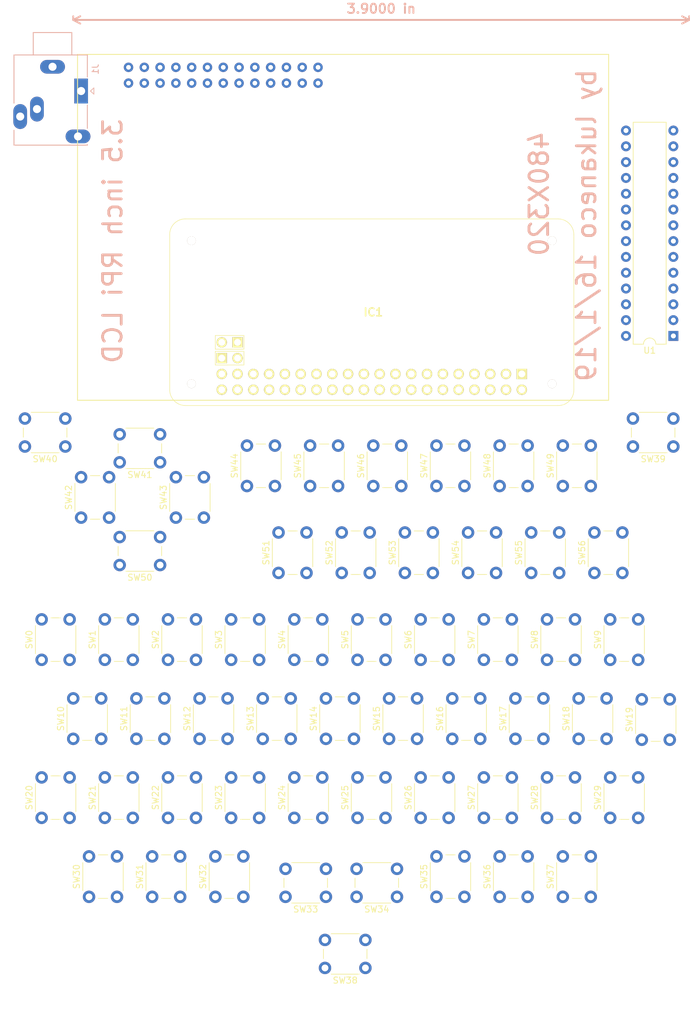
<source format=kicad_pcb>
(kicad_pcb (version 20171130) (host pcbnew "(5.0.2)-1")
  (layers (0 F.Cu signal) (31 B.Cu signal) (34 B.Paste user) (35 F.Paste user) (36 B.SilkS user) (37 F.SilkS user) (38 B.Mask user) (39 F.Mask user) (44 Edge.Cuts user))
  (net 0 "")
  (net 1 "Net-(SW0-Pad2)")
  (net 2 "Net-(SW1-Pad2)")
  (net 3 "Net-(SW2-Pad2)")
  (net 4 "Net-(SW3-Pad2)")
  (net 5 "Net-(SW4-Pad2)")
  (net 6 "Net-(SW5-Pad2)")
  (net 7 "Net-(SW6-Pad2)")
  (net 8 "Net-(SW7-Pad2)")
  (net 9 "Net-(SW8-Pad2)")
  (net 10 "Net-(SW9-Pad2)")
  (net 11 "Net-(SW10-Pad2)")
  (net 12 "Net-(SW11-Pad2)")
  (net 13 "Net-(SW12-Pad2)")
  (net 14 "Net-(SW13-Pad2)")
  (net 15 "Net-(SW14-Pad2)")
  (net 16 "Net-(SW15-Pad2)")
  (net 17 "Net-(SW16-Pad2)")
  (net 18 "Net-(SW17-Pad2)")
  (net 19 "Net-(SW18-Pad2)")
  (net 20 "Net-(SW19-Pad2)")
  (net 21 "Net-(SW20-Pad2)")
  (net 22 "Net-(SW21-Pad2)")
  (net 23 "Net-(SW22-Pad2)")
  (net 24 "Net-(SW23-Pad2)")
  (net 25 "Net-(SW24-Pad2)")
  (net 26 "Net-(SW25-Pad2)")
  (net 27 "Net-(SW26-Pad2)")
  (net 28 "Net-(SW27-Pad2)")
  (net 29 "Net-(SW28-Pad2)")
  (net 30 "Net-(SW29-Pad2)")
  (net 31 "Net-(SW30-Pad2)")
  (net 32 "Net-(SW31-Pad2)")
  (net 33 "Net-(SW32-Pad2)")
  (net 34 "Net-(SW33-Pad2)")
  (net 35 "Net-(SW34-Pad2)")
  (net 36 "Net-(SW35-Pad2)")
  (net 37 "Net-(SW36-Pad2)")
  (net 38 "Net-(SW37-Pad2)")
  (net 39 "Net-(SW38-Pad2)")
  (net 40 "Net-(SW39-Pad2)")
  (net 41 "Net-(SW40-Pad2)")
  (net 42 "Net-(SW41-Pad2)")
  (net 43 "Net-(SW42-Pad2)")
  (net 44 "Net-(SW43-Pad2)")
  (net 45 "Net-(SW44-Pad2)")
  (net 46 "Net-(SW45-Pad2)")
  (net 47 "Net-(SW46-Pad2)")
  (net 48 "Net-(SW47-Pad2)")
  (net 49 "Net-(SW48-Pad2)")
  (net 50 "Net-(SW49-Pad2)")
  (net 51 "Net-(SW50-Pad2)")
  (net 52 "Net-(SW51-Pad2)")
  (net 53 "Net-(SW52-Pad2)")
  (net 54 "Net-(SW53-Pad2)")
  (net 55 "Net-(SW54-Pad2)")
  (net 56 "Net-(SW55-Pad2)")
  (net 57 "Net-(SW56-Pad2)")
  (net 58 "Net-(U1-Pad15)")
  (net 59 "Net-(U1-Pad16)")
  (net 60 "Net-(U1-Pad17)")
  (net 61 "Net-(U1-Pad18)")
  (net 62 "Net-(U1-Pad19)")
  (net 63 "Net-(U1-Pad6)")
  (net 64 "Net-(U1-Pad20)")
  (net 65 "Net-(U1-Pad7)")
  (net 66 "Net-(U1-Pad21)")
  (net 67 "Net-(U1-Pad22)")
  (net 68 "Net-(U1-Pad23)")
  (net 69 "Net-(U1-Pad24)")
  (net 70 "Net-(U1-Pad11)")
  (net 71 "Net-(U1-Pad25)")
  (net 72 "Net-(U1-Pad12)")
  (net 73 "Net-(U1-Pad26)")
  (net 74 "Net-(U1-Pad13)")
  (net 75 "Net-(U1-Pad27)")
  (net 76 "Net-(U1-Pad14)")
  (net 77 "Net-(U1-Pad28)")
  (net 78 Col2)
  (net 79 Col3)
  (net 80 Col4)
  (net 81 Col5)
  (net 82 Col0)
  (net 83 Col1)
  (net 84 Reset)
  (net 85 Serial_RX)
  (net 86 Serial_TX)
  (net 87 USB_D+)
  (net 88 USB_D-)
  (net 89 Osc1)
  (net 90 Osc2)
  (net 91 "Net-(DS1-Pad3)")
  (net 92 "Net-(DS1-Pad5)")
  (net 93 "Net-(DS1-Pad7)")
  (net 94 "Net-(DS1-Pad8)")
  (net 95 "Net-(DS1-Pad10)")
  (net 96 "Net-(DS1-Pad12)")
  (net 97 "Net-(DS1-Pad13)")
  (net 98 "Net-(DS1-Pad15)")
  (net 99 "Net-(DS1-Pad16)")
  (net 100 "Net-(IC1-Pad3)")
  (net 101 "Net-(IC1-Pad5)")
  (net 102 "Net-(IC1-Pad7)")
  (net 103 "Net-(IC1-Pad8)")
  (net 104 "Net-(IC1-Pad10)")
  (net 105 "Net-(IC1-Pad12)")
  (net 106 "Net-(IC1-Pad13)")
  (net 107 "Net-(IC1-Pad15)")
  (net 108 "Net-(IC1-Pad16)")
  (net 109 "Net-(IC1-Pad19)")
  (net 110 "Net-(IC1-Pad27)")
  (net 111 "Net-(IC1-Pad28)")
  (net 112 "Net-(IC1-Pad29)")
  (net 113 "Net-(IC1-Pad30)")
  (net 114 "Net-(IC1-Pad31)")
  (net 115 "Net-(IC1-Pad32)")
  (net 116 "Net-(IC1-Pad33)")
  (net 117 "Net-(IC1-Pad34)")
  (net 118 "Net-(IC1-Pad35)")
  (net 119 "Net-(IC1-Pad36)")
  (net 120 "Net-(IC1-Pad37)")
  (net 121 "Net-(IC1-Pad38)")
  (net 122 "Net-(IC1-Pad39)")
  (net 123 "Net-(IC1-Pad40)")
  (net 124 "Net-(IC1-Pad41)")
  (net 125 "Net-(IC1-Pad42)")
  (net 126 "Net-(IC1-Pad43)")
  (net 127 "Net-(IC1-Pad44)")
  (net 128 "Net-(J1-PadT)")
  (net 129 "Net-(J1-PadR)")
  (net 130 "Net-(J1-PadS)")
  (net 131 +3V3)
  (net 132 +5V)
  (net 133 GND)
  (net 134 TP_IRQ)
  (net 135 LCD_RS)
  (net 136 TP_SO)
  (net 137 RST)
  (net 138 LCD_SCK)
  (net 139 LCD_CS)
  (net 140 TP_CS)
  (module Button_Switch_THT:SW_PUSH_6mm (layer F.Cu) (at 60.96 130.81 90)
    (fp_text reference SW0 (at 3.25 -2 90) (layer F.SilkS))
    (fp_text value SW_Push)
    (pad 2 thru_hole circle (at 0 4.5 180) (size 2 2) (drill 1.1) (layers *.Cu *.Mask) (net 1 "Net-(SW0-Pad2)"))
    (pad 1 thru_hole circle (at 0 0 180) (size 2 2) (drill 1.1) (layers *.Cu *.Mask) (net 78 Col2))
    (pad 2 thru_hole circle (at 6.5 4.5 180) (size 2 2) (drill 1.1) (layers *.Cu *.Mask) (net 1 "Net-(SW0-Pad2)"))
    (pad 1 thru_hole circle (at 6.5 0 180) (size 2 2) (drill 1.1) (layers *.Cu *.Mask) (net 78 Col2))
  )
  (module Button_Switch_THT:SW_PUSH_6mm (layer F.Cu) (at 71.12 130.81 90)
    (fp_text reference SW1 (at 3.25 -2 90) (layer F.SilkS))
    (fp_text value SW_Push)
    (pad 1 thru_hole circle (at 6.5 0 180) (size 2 2) (drill 1.1) (layers *.Cu *.Mask) (net 78 Col2))
    (pad 2 thru_hole circle (at 6.5 4.5 180) (size 2 2) (drill 1.1) (layers *.Cu *.Mask) (net 2 "Net-(SW1-Pad2)"))
    (pad 1 thru_hole circle (at 0 0 180) (size 2 2) (drill 1.1) (layers *.Cu *.Mask) (net 78 Col2))
    (pad 2 thru_hole circle (at 0 4.5 180) (size 2 2) (drill 1.1) (layers *.Cu *.Mask) (net 2 "Net-(SW1-Pad2)"))
  )
  (module Button_Switch_THT:SW_PUSH_6mm (layer F.Cu) (at 81.28 130.81 90)
    (fp_text reference SW2 (at 3.25 -2 90) (layer F.SilkS))
    (fp_text value SW_Push)
    (pad 2 thru_hole circle (at 0 4.5 180) (size 2 2) (drill 1.1) (layers *.Cu *.Mask) (net 3 "Net-(SW2-Pad2)"))
    (pad 1 thru_hole circle (at 0 0 180) (size 2 2) (drill 1.1) (layers *.Cu *.Mask) (net 78 Col2))
    (pad 2 thru_hole circle (at 6.5 4.5 180) (size 2 2) (drill 1.1) (layers *.Cu *.Mask) (net 3 "Net-(SW2-Pad2)"))
    (pad 1 thru_hole circle (at 6.5 0 180) (size 2 2) (drill 1.1) (layers *.Cu *.Mask) (net 78 Col2))
  )
  (module Button_Switch_THT:SW_PUSH_6mm (layer F.Cu) (at 91.44 130.81 90)
    (fp_text reference SW3 (at 3.25 -2 90) (layer F.SilkS))
    (fp_text value SW_Push)
    (pad 2 thru_hole circle (at 0 4.5 180) (size 2 2) (drill 1.1) (layers *.Cu *.Mask) (net 4 "Net-(SW3-Pad2)"))
    (pad 1 thru_hole circle (at 0 0 180) (size 2 2) (drill 1.1) (layers *.Cu *.Mask) (net 78 Col2))
    (pad 2 thru_hole circle (at 6.5 4.5 180) (size 2 2) (drill 1.1) (layers *.Cu *.Mask) (net 4 "Net-(SW3-Pad2)"))
    (pad 1 thru_hole circle (at 6.5 0 180) (size 2 2) (drill 1.1) (layers *.Cu *.Mask) (net 78 Col2))
  )
  (module Button_Switch_THT:SW_PUSH_6mm (layer F.Cu) (at 101.6 130.81 90)
    (fp_text reference SW4 (at 3.25 -2 90) (layer F.SilkS))
    (fp_text value SW_Push)
    (pad 1 thru_hole circle (at 6.5 0 180) (size 2 2) (drill 1.1) (layers *.Cu *.Mask) (net 78 Col2))
    (pad 2 thru_hole circle (at 6.5 4.5 180) (size 2 2) (drill 1.1) (layers *.Cu *.Mask) (net 5 "Net-(SW4-Pad2)"))
    (pad 1 thru_hole circle (at 0 0 180) (size 2 2) (drill 1.1) (layers *.Cu *.Mask) (net 78 Col2))
    (pad 2 thru_hole circle (at 0 4.5 180) (size 2 2) (drill 1.1) (layers *.Cu *.Mask) (net 5 "Net-(SW4-Pad2)"))
  )
  (module Button_Switch_THT:SW_PUSH_6mm (layer F.Cu) (at 111.76 130.81 90)
    (fp_text reference SW5 (at 3.25 -2 90) (layer F.SilkS))
    (fp_text value SW_Push)
    (pad 2 thru_hole circle (at 0 4.5 180) (size 2 2) (drill 1.1) (layers *.Cu *.Mask) (net 6 "Net-(SW5-Pad2)"))
    (pad 1 thru_hole circle (at 0 0 180) (size 2 2) (drill 1.1) (layers *.Cu *.Mask) (net 78 Col2))
    (pad 2 thru_hole circle (at 6.5 4.5 180) (size 2 2) (drill 1.1) (layers *.Cu *.Mask) (net 6 "Net-(SW5-Pad2)"))
    (pad 1 thru_hole circle (at 6.5 0 180) (size 2 2) (drill 1.1) (layers *.Cu *.Mask) (net 78 Col2))
  )
  (module Button_Switch_THT:SW_PUSH_6mm (layer F.Cu) (at 121.92 130.81 90)
    (fp_text reference SW6 (at 3.25 -2 90) (layer F.SilkS))
    (fp_text value SW_Push)
    (pad 2 thru_hole circle (at 0 4.5 180) (size 2 2) (drill 1.1) (layers *.Cu *.Mask) (net 7 "Net-(SW6-Pad2)"))
    (pad 1 thru_hole circle (at 0 0 180) (size 2 2) (drill 1.1) (layers *.Cu *.Mask) (net 78 Col2))
    (pad 2 thru_hole circle (at 6.5 4.5 180) (size 2 2) (drill 1.1) (layers *.Cu *.Mask) (net 7 "Net-(SW6-Pad2)"))
    (pad 1 thru_hole circle (at 6.5 0 180) (size 2 2) (drill 1.1) (layers *.Cu *.Mask) (net 78 Col2))
  )
  (module Button_Switch_THT:SW_PUSH_6mm (layer F.Cu) (at 132.08 130.81 90)
    (fp_text reference SW7 (at 3.25 -2 90) (layer F.SilkS))
    (fp_text value SW_Push)
    (pad 1 thru_hole circle (at 6.5 0 180) (size 2 2) (drill 1.1) (layers *.Cu *.Mask) (net 78 Col2))
    (pad 2 thru_hole circle (at 6.5 4.5 180) (size 2 2) (drill 1.1) (layers *.Cu *.Mask) (net 8 "Net-(SW7-Pad2)"))
    (pad 1 thru_hole circle (at 0 0 180) (size 2 2) (drill 1.1) (layers *.Cu *.Mask) (net 78 Col2))
    (pad 2 thru_hole circle (at 0 4.5 180) (size 2 2) (drill 1.1) (layers *.Cu *.Mask) (net 8 "Net-(SW7-Pad2)"))
  )
  (module Button_Switch_THT:SW_PUSH_6mm (layer F.Cu) (at 142.24 130.81 90)
    (fp_text reference SW8 (at 3.25 -2 90) (layer F.SilkS))
    (fp_text value SW_Push)
    (pad 1 thru_hole circle (at 6.5 0 180) (size 2 2) (drill 1.1) (layers *.Cu *.Mask) (net 78 Col2))
    (pad 2 thru_hole circle (at 6.5 4.5 180) (size 2 2) (drill 1.1) (layers *.Cu *.Mask) (net 9 "Net-(SW8-Pad2)"))
    (pad 1 thru_hole circle (at 0 0 180) (size 2 2) (drill 1.1) (layers *.Cu *.Mask) (net 78 Col2))
    (pad 2 thru_hole circle (at 0 4.5 180) (size 2 2) (drill 1.1) (layers *.Cu *.Mask) (net 9 "Net-(SW8-Pad2)"))
  )
  (module Button_Switch_THT:SW_PUSH_6mm (layer F.Cu) (at 152.4 130.81 90)
    (fp_text reference SW9 (at 3.25 -2 90) (layer F.SilkS))
    (fp_text value SW_Push)
    (pad 2 thru_hole circle (at 0 4.5 180) (size 2 2) (drill 1.1) (layers *.Cu *.Mask) (net 10 "Net-(SW9-Pad2)"))
    (pad 1 thru_hole circle (at 0 0 180) (size 2 2) (drill 1.1) (layers *.Cu *.Mask) (net 78 Col2))
    (pad 2 thru_hole circle (at 6.5 4.5 180) (size 2 2) (drill 1.1) (layers *.Cu *.Mask) (net 10 "Net-(SW9-Pad2)"))
    (pad 1 thru_hole circle (at 6.5 0 180) (size 2 2) (drill 1.1) (layers *.Cu *.Mask) (net 78 Col2))
  )
  (module Button_Switch_THT:SW_PUSH_6mm (layer F.Cu) (at 66.04 143.51 90)
    (fp_text reference SW10 (at 3.25 -2 90) (layer F.SilkS))
    (fp_text value SW_Push)
    (pad 1 thru_hole circle (at 6.5 0 180) (size 2 2) (drill 1.1) (layers *.Cu *.Mask) (net 79 Col3))
    (pad 2 thru_hole circle (at 6.5 4.5 180) (size 2 2) (drill 1.1) (layers *.Cu *.Mask) (net 11 "Net-(SW10-Pad2)"))
    (pad 1 thru_hole circle (at 0 0 180) (size 2 2) (drill 1.1) (layers *.Cu *.Mask) (net 79 Col3))
    (pad 2 thru_hole circle (at 0 4.5 180) (size 2 2) (drill 1.1) (layers *.Cu *.Mask) (net 11 "Net-(SW10-Pad2)"))
  )
  (module Button_Switch_THT:SW_PUSH_6mm (layer F.Cu) (at 76.2 143.51 90)
    (fp_text reference SW11 (at 3.25 -2 90) (layer F.SilkS))
    (fp_text value SW_Push)
    (pad 2 thru_hole circle (at 0 4.5 180) (size 2 2) (drill 1.1) (layers *.Cu *.Mask) (net 12 "Net-(SW11-Pad2)"))
    (pad 1 thru_hole circle (at 0 0 180) (size 2 2) (drill 1.1) (layers *.Cu *.Mask) (net 79 Col3))
    (pad 2 thru_hole circle (at 6.5 4.5 180) (size 2 2) (drill 1.1) (layers *.Cu *.Mask) (net 12 "Net-(SW11-Pad2)"))
    (pad 1 thru_hole circle (at 6.5 0 180) (size 2 2) (drill 1.1) (layers *.Cu *.Mask) (net 79 Col3))
  )
  (module Button_Switch_THT:SW_PUSH_6mm (layer F.Cu) (at 86.36 143.51 90)
    (fp_text reference SW12 (at 3.25 -2 90) (layer F.SilkS))
    (fp_text value SW_Push)
    (pad 1 thru_hole circle (at 6.5 0 180) (size 2 2) (drill 1.1) (layers *.Cu *.Mask) (net 79 Col3))
    (pad 2 thru_hole circle (at 6.5 4.5 180) (size 2 2) (drill 1.1) (layers *.Cu *.Mask) (net 13 "Net-(SW12-Pad2)"))
    (pad 1 thru_hole circle (at 0 0 180) (size 2 2) (drill 1.1) (layers *.Cu *.Mask) (net 79 Col3))
    (pad 2 thru_hole circle (at 0 4.5 180) (size 2 2) (drill 1.1) (layers *.Cu *.Mask) (net 13 "Net-(SW12-Pad2)"))
  )
  (module Button_Switch_THT:SW_PUSH_6mm (layer F.Cu) (at 96.52 143.51 90)
    (fp_text reference SW13 (at 3.25 -2 90) (layer F.SilkS))
    (fp_text value SW_Push)
    (pad 1 thru_hole circle (at 6.5 0 180) (size 2 2) (drill 1.1) (layers *.Cu *.Mask) (net 79 Col3))
    (pad 2 thru_hole circle (at 6.5 4.5 180) (size 2 2) (drill 1.1) (layers *.Cu *.Mask) (net 14 "Net-(SW13-Pad2)"))
    (pad 1 thru_hole circle (at 0 0 180) (size 2 2) (drill 1.1) (layers *.Cu *.Mask) (net 79 Col3))
    (pad 2 thru_hole circle (at 0 4.5 180) (size 2 2) (drill 1.1) (layers *.Cu *.Mask) (net 14 "Net-(SW13-Pad2)"))
  )
  (module Button_Switch_THT:SW_PUSH_6mm (layer F.Cu) (at 106.68 143.51 90)
    (fp_text reference SW14 (at 3.25 -2 90) (layer F.SilkS))
    (fp_text value SW_Push)
    (pad 2 thru_hole circle (at 0 4.5 180) (size 2 2) (drill 1.1) (layers *.Cu *.Mask) (net 15 "Net-(SW14-Pad2)"))
    (pad 1 thru_hole circle (at 0 0 180) (size 2 2) (drill 1.1) (layers *.Cu *.Mask) (net 79 Col3))
    (pad 2 thru_hole circle (at 6.5 4.5 180) (size 2 2) (drill 1.1) (layers *.Cu *.Mask) (net 15 "Net-(SW14-Pad2)"))
    (pad 1 thru_hole circle (at 6.5 0 180) (size 2 2) (drill 1.1) (layers *.Cu *.Mask) (net 79 Col3))
  )
  (module Button_Switch_THT:SW_PUSH_6mm (layer F.Cu) (at 116.84 143.51 90)
    (fp_text reference SW15 (at 3.25 -2 90) (layer F.SilkS))
    (fp_text value SW_Push)
    (pad 2 thru_hole circle (at 0 4.5 180) (size 2 2) (drill 1.1) (layers *.Cu *.Mask) (net 16 "Net-(SW15-Pad2)"))
    (pad 1 thru_hole circle (at 0 0 180) (size 2 2) (drill 1.1) (layers *.Cu *.Mask) (net 79 Col3))
    (pad 2 thru_hole circle (at 6.5 4.5 180) (size 2 2) (drill 1.1) (layers *.Cu *.Mask) (net 16 "Net-(SW15-Pad2)"))
    (pad 1 thru_hole circle (at 6.5 0 180) (size 2 2) (drill 1.1) (layers *.Cu *.Mask) (net 79 Col3))
  )
  (module Button_Switch_THT:SW_PUSH_6mm (layer F.Cu) (at 127 143.51 90)
    (fp_text reference SW16 (at 3.25 -2 90) (layer F.SilkS))
    (fp_text value SW_Push)
    (pad 1 thru_hole circle (at 6.5 0 180) (size 2 2) (drill 1.1) (layers *.Cu *.Mask) (net 79 Col3))
    (pad 2 thru_hole circle (at 6.5 4.5 180) (size 2 2) (drill 1.1) (layers *.Cu *.Mask) (net 17 "Net-(SW16-Pad2)"))
    (pad 1 thru_hole circle (at 0 0 180) (size 2 2) (drill 1.1) (layers *.Cu *.Mask) (net 79 Col3))
    (pad 2 thru_hole circle (at 0 4.5 180) (size 2 2) (drill 1.1) (layers *.Cu *.Mask) (net 17 "Net-(SW16-Pad2)"))
  )
  (module Button_Switch_THT:SW_PUSH_6mm (layer F.Cu) (at 137.16 143.51 90)
    (fp_text reference SW17 (at 3.25 -2 90) (layer F.SilkS))
    (fp_text value SW_Push)
    (pad 2 thru_hole circle (at 0 4.5 180) (size 2 2) (drill 1.1) (layers *.Cu *.Mask) (net 18 "Net-(SW17-Pad2)"))
    (pad 1 thru_hole circle (at 0 0 180) (size 2 2) (drill 1.1) (layers *.Cu *.Mask) (net 79 Col3))
    (pad 2 thru_hole circle (at 6.5 4.5 180) (size 2 2) (drill 1.1) (layers *.Cu *.Mask) (net 18 "Net-(SW17-Pad2)"))
    (pad 1 thru_hole circle (at 6.5 0 180) (size 2 2) (drill 1.1) (layers *.Cu *.Mask) (net 79 Col3))
  )
  (module Button_Switch_THT:SW_PUSH_6mm (layer F.Cu) (at 147.32 143.51 90)
    (fp_text reference SW18 (at 3.25 -2 90) (layer F.SilkS))
    (fp_text value SW_Push)
    (pad 1 thru_hole circle (at 6.5 0 180) (size 2 2) (drill 1.1) (layers *.Cu *.Mask) (net 79 Col3))
    (pad 2 thru_hole circle (at 6.5 4.5 180) (size 2 2) (drill 1.1) (layers *.Cu *.Mask) (net 19 "Net-(SW18-Pad2)"))
    (pad 1 thru_hole circle (at 0 0 180) (size 2 2) (drill 1.1) (layers *.Cu *.Mask) (net 79 Col3))
    (pad 2 thru_hole circle (at 0 4.5 180) (size 2 2) (drill 1.1) (layers *.Cu *.Mask) (net 19 "Net-(SW18-Pad2)"))
  )
  (module Button_Switch_THT:SW_PUSH_6mm (layer F.Cu) (at 157.48 143.66 90)
    (fp_text reference SW19 (at 3.25 -2 90) (layer F.SilkS))
    (fp_text value SW_Push)
    (pad 1 thru_hole circle (at 6.5 0 180) (size 2 2) (drill 1.1) (layers *.Cu *.Mask) (net 79 Col3))
    (pad 2 thru_hole circle (at 6.5 4.5 180) (size 2 2) (drill 1.1) (layers *.Cu *.Mask) (net 20 "Net-(SW19-Pad2)"))
    (pad 1 thru_hole circle (at 0 0 180) (size 2 2) (drill 1.1) (layers *.Cu *.Mask) (net 79 Col3))
    (pad 2 thru_hole circle (at 0 4.5 180) (size 2 2) (drill 1.1) (layers *.Cu *.Mask) (net 20 "Net-(SW19-Pad2)"))
  )
  (module Button_Switch_THT:SW_PUSH_6mm (layer F.Cu) (at 60.96 156.21 90)
    (fp_text reference SW20 (at 3.25 -2 90) (layer F.SilkS))
    (fp_text value SW_Push)
    (pad 2 thru_hole circle (at 0 4.5 180) (size 2 2) (drill 1.1) (layers *.Cu *.Mask) (net 21 "Net-(SW20-Pad2)"))
    (pad 1 thru_hole circle (at 0 0 180) (size 2 2) (drill 1.1) (layers *.Cu *.Mask) (net 80 Col4))
    (pad 2 thru_hole circle (at 6.5 4.5 180) (size 2 2) (drill 1.1) (layers *.Cu *.Mask) (net 21 "Net-(SW20-Pad2)"))
    (pad 1 thru_hole circle (at 6.5 0 180) (size 2 2) (drill 1.1) (layers *.Cu *.Mask) (net 80 Col4))
  )
  (module Button_Switch_THT:SW_PUSH_6mm (layer F.Cu) (at 71.12 156.21 90)
    (fp_text reference SW21 (at 3.25 -2 90) (layer F.SilkS))
    (fp_text value SW_Push)
    (pad 1 thru_hole circle (at 6.5 0 180) (size 2 2) (drill 1.1) (layers *.Cu *.Mask) (net 80 Col4))
    (pad 2 thru_hole circle (at 6.5 4.5 180) (size 2 2) (drill 1.1) (layers *.Cu *.Mask) (net 22 "Net-(SW21-Pad2)"))
    (pad 1 thru_hole circle (at 0 0 180) (size 2 2) (drill 1.1) (layers *.Cu *.Mask) (net 80 Col4))
    (pad 2 thru_hole circle (at 0 4.5 180) (size 2 2) (drill 1.1) (layers *.Cu *.Mask) (net 22 "Net-(SW21-Pad2)"))
  )
  (module Button_Switch_THT:SW_PUSH_6mm (layer F.Cu) (at 81.28 156.21 90)
    (fp_text reference SW22 (at 3.25 -2 90) (layer F.SilkS))
    (fp_text value SW_Push)
    (pad 2 thru_hole circle (at 0 4.5 180) (size 2 2) (drill 1.1) (layers *.Cu *.Mask) (net 23 "Net-(SW22-Pad2)"))
    (pad 1 thru_hole circle (at 0 0 180) (size 2 2) (drill 1.1) (layers *.Cu *.Mask) (net 80 Col4))
    (pad 2 thru_hole circle (at 6.5 4.5 180) (size 2 2) (drill 1.1) (layers *.Cu *.Mask) (net 23 "Net-(SW22-Pad2)"))
    (pad 1 thru_hole circle (at 6.5 0 180) (size 2 2) (drill 1.1) (layers *.Cu *.Mask) (net 80 Col4))
  )
  (module Button_Switch_THT:SW_PUSH_6mm (layer F.Cu) (at 91.44 156.21 90)
    (fp_text reference SW23 (at 3.25 -2 90) (layer F.SilkS))
    (fp_text value SW_Push)
    (pad 2 thru_hole circle (at 0 4.5 180) (size 2 2) (drill 1.1) (layers *.Cu *.Mask) (net 24 "Net-(SW23-Pad2)"))
    (pad 1 thru_hole circle (at 0 0 180) (size 2 2) (drill 1.1) (layers *.Cu *.Mask) (net 80 Col4))
    (pad 2 thru_hole circle (at 6.5 4.5 180) (size 2 2) (drill 1.1) (layers *.Cu *.Mask) (net 24 "Net-(SW23-Pad2)"))
    (pad 1 thru_hole circle (at 6.5 0 180) (size 2 2) (drill 1.1) (layers *.Cu *.Mask) (net 80 Col4))
  )
  (module Button_Switch_THT:SW_PUSH_6mm (layer F.Cu) (at 101.6 156.21 90)
    (fp_text reference SW24 (at 3.25 -2 90) (layer F.SilkS))
    (fp_text value SW_Push)
    (pad 2 thru_hole circle (at 0 4.5 180) (size 2 2) (drill 1.1) (layers *.Cu *.Mask) (net 25 "Net-(SW24-Pad2)"))
    (pad 1 thru_hole circle (at 0 0 180) (size 2 2) (drill 1.1) (layers *.Cu *.Mask) (net 80 Col4))
    (pad 2 thru_hole circle (at 6.5 4.5 180) (size 2 2) (drill 1.1) (layers *.Cu *.Mask) (net 25 "Net-(SW24-Pad2)"))
    (pad 1 thru_hole circle (at 6.5 0 180) (size 2 2) (drill 1.1) (layers *.Cu *.Mask) (net 80 Col4))
  )
  (module Button_Switch_THT:SW_PUSH_6mm (layer F.Cu) (at 111.76 156.21 90)
    (fp_text reference SW25 (at 3.25 -2 90) (layer F.SilkS))
    (fp_text value SW_Push)
    (pad 1 thru_hole circle (at 6.5 0 180) (size 2 2) (drill 1.1) (layers *.Cu *.Mask) (net 80 Col4))
    (pad 2 thru_hole circle (at 6.5 4.5 180) (size 2 2) (drill 1.1) (layers *.Cu *.Mask) (net 26 "Net-(SW25-Pad2)"))
    (pad 1 thru_hole circle (at 0 0 180) (size 2 2) (drill 1.1) (layers *.Cu *.Mask) (net 80 Col4))
    (pad 2 thru_hole circle (at 0 4.5 180) (size 2 2) (drill 1.1) (layers *.Cu *.Mask) (net 26 "Net-(SW25-Pad2)"))
  )
  (module Button_Switch_THT:SW_PUSH_6mm (layer F.Cu) (at 121.92 156.21 90)
    (fp_text reference SW26 (at 3.25 -2 90) (layer F.SilkS))
    (fp_text value SW_Push)
    (pad 2 thru_hole circle (at 0 4.5 180) (size 2 2) (drill 1.1) (layers *.Cu *.Mask) (net 27 "Net-(SW26-Pad2)"))
    (pad 1 thru_hole circle (at 0 0 180) (size 2 2) (drill 1.1) (layers *.Cu *.Mask) (net 80 Col4))
    (pad 2 thru_hole circle (at 6.5 4.5 180) (size 2 2) (drill 1.1) (layers *.Cu *.Mask) (net 27 "Net-(SW26-Pad2)"))
    (pad 1 thru_hole circle (at 6.5 0 180) (size 2 2) (drill 1.1) (layers *.Cu *.Mask) (net 80 Col4))
  )
  (module Button_Switch_THT:SW_PUSH_6mm (layer F.Cu) (at 132.08 156.21 90)
    (fp_text reference SW27 (at 3.25 -2 90) (layer F.SilkS))
    (fp_text value SW_Push)
    (pad 1 thru_hole circle (at 6.5 0 180) (size 2 2) (drill 1.1) (layers *.Cu *.Mask) (net 80 Col4))
    (pad 2 thru_hole circle (at 6.5 4.5 180) (size 2 2) (drill 1.1) (layers *.Cu *.Mask) (net 28 "Net-(SW27-Pad2)"))
    (pad 1 thru_hole circle (at 0 0 180) (size 2 2) (drill 1.1) (layers *.Cu *.Mask) (net 80 Col4))
    (pad 2 thru_hole circle (at 0 4.5 180) (size 2 2) (drill 1.1) (layers *.Cu *.Mask) (net 28 "Net-(SW27-Pad2)"))
  )
  (module Button_Switch_THT:SW_PUSH_6mm (layer F.Cu) (at 142.24 156.21 90)
    (fp_text reference SW28 (at 3.25 -2 90) (layer F.SilkS))
    (fp_text value SW_Push)
    (pad 2 thru_hole circle (at 0 4.5 180) (size 2 2) (drill 1.1) (layers *.Cu *.Mask) (net 29 "Net-(SW28-Pad2)"))
    (pad 1 thru_hole circle (at 0 0 180) (size 2 2) (drill 1.1) (layers *.Cu *.Mask) (net 80 Col4))
    (pad 2 thru_hole circle (at 6.5 4.5 180) (size 2 2) (drill 1.1) (layers *.Cu *.Mask) (net 29 "Net-(SW28-Pad2)"))
    (pad 1 thru_hole circle (at 6.5 0 180) (size 2 2) (drill 1.1) (layers *.Cu *.Mask) (net 80 Col4))
  )
  (module Button_Switch_THT:SW_PUSH_6mm (layer F.Cu) (at 152.4 156.21 90)
    (fp_text reference SW29 (at 3.25 -2 90) (layer F.SilkS))
    (fp_text value SW_Push)
    (pad 1 thru_hole circle (at 6.5 0 180) (size 2 2) (drill 1.1) (layers *.Cu *.Mask) (net 80 Col4))
    (pad 2 thru_hole circle (at 6.5 4.5 180) (size 2 2) (drill 1.1) (layers *.Cu *.Mask) (net 30 "Net-(SW29-Pad2)"))
    (pad 1 thru_hole circle (at 0 0 180) (size 2 2) (drill 1.1) (layers *.Cu *.Mask) (net 80 Col4))
    (pad 2 thru_hole circle (at 0 4.5 180) (size 2 2) (drill 1.1) (layers *.Cu *.Mask) (net 30 "Net-(SW29-Pad2)"))
  )
  (module Button_Switch_THT:SW_PUSH_6mm (layer F.Cu) (at 68.58 168.91 90)
    (fp_text reference SW30 (at 3.25 -2 90) (layer F.SilkS))
    (fp_text value SW_Push)
    (pad 1 thru_hole circle (at 6.5 0 180) (size 2 2) (drill 1.1) (layers *.Cu *.Mask) (net 81 Col5))
    (pad 2 thru_hole circle (at 6.5 4.5 180) (size 2 2) (drill 1.1) (layers *.Cu *.Mask) (net 31 "Net-(SW30-Pad2)"))
    (pad 1 thru_hole circle (at 0 0 180) (size 2 2) (drill 1.1) (layers *.Cu *.Mask) (net 81 Col5))
    (pad 2 thru_hole circle (at 0 4.5 180) (size 2 2) (drill 1.1) (layers *.Cu *.Mask) (net 31 "Net-(SW30-Pad2)"))
  )
  (module Button_Switch_THT:SW_PUSH_6mm (layer F.Cu) (at 78.74 168.91 90)
    (fp_text reference SW31 (at 3.25 -2 90) (layer F.SilkS))
    (fp_text value SW_Push)
    (pad 2 thru_hole circle (at 0 4.5 180) (size 2 2) (drill 1.1) (layers *.Cu *.Mask) (net 32 "Net-(SW31-Pad2)"))
    (pad 1 thru_hole circle (at 0 0 180) (size 2 2) (drill 1.1) (layers *.Cu *.Mask) (net 81 Col5))
    (pad 2 thru_hole circle (at 6.5 4.5 180) (size 2 2) (drill 1.1) (layers *.Cu *.Mask) (net 32 "Net-(SW31-Pad2)"))
    (pad 1 thru_hole circle (at 6.5 0 180) (size 2 2) (drill 1.1) (layers *.Cu *.Mask) (net 81 Col5))
  )
  (module Button_Switch_THT:SW_PUSH_6mm (layer F.Cu) (at 88.9 168.91 90)
    (fp_text reference SW32 (at 3.25 -2 90) (layer F.SilkS))
    (fp_text value SW_Push)
    (pad 1 thru_hole circle (at 6.5 0 180) (size 2 2) (drill 1.1) (layers *.Cu *.Mask) (net 81 Col5))
    (pad 2 thru_hole circle (at 6.5 4.5 180) (size 2 2) (drill 1.1) (layers *.Cu *.Mask) (net 33 "Net-(SW32-Pad2)"))
    (pad 1 thru_hole circle (at 0 0 180) (size 2 2) (drill 1.1) (layers *.Cu *.Mask) (net 81 Col5))
    (pad 2 thru_hole circle (at 0 4.5 180) (size 2 2) (drill 1.1) (layers *.Cu *.Mask) (net 33 "Net-(SW32-Pad2)"))
  )
  (module Button_Switch_THT:SW_PUSH_6mm (layer F.Cu) (at 106.68 168.91 180)
    (fp_text reference SW33 (at 3.25 -2 180) (layer F.SilkS))
    (fp_text value SW_Push)
    (pad 2 thru_hole circle (at 0 4.5 270) (size 2 2) (drill 1.1) (layers *.Cu *.Mask) (net 34 "Net-(SW33-Pad2)"))
    (pad 1 thru_hole circle (at 0 0 270) (size 2 2) (drill 1.1) (layers *.Cu *.Mask) (net 81 Col5))
    (pad 2 thru_hole circle (at 6.5 4.5 270) (size 2 2) (drill 1.1) (layers *.Cu *.Mask) (net 34 "Net-(SW33-Pad2)"))
    (pad 1 thru_hole circle (at 6.5 0 270) (size 2 2) (drill 1.1) (layers *.Cu *.Mask) (net 81 Col5))
  )
  (module Button_Switch_THT:SW_PUSH_6mm (layer F.Cu) (at 118.11 168.91 180)
    (fp_text reference SW34 (at 3.25 -2 180) (layer F.SilkS))
    (fp_text value SW_Push)
    (pad 2 thru_hole circle (at 0 4.5 270) (size 2 2) (drill 1.1) (layers *.Cu *.Mask) (net 35 "Net-(SW34-Pad2)"))
    (pad 1 thru_hole circle (at 0 0 270) (size 2 2) (drill 1.1) (layers *.Cu *.Mask) (net 81 Col5))
    (pad 2 thru_hole circle (at 6.5 4.5 270) (size 2 2) (drill 1.1) (layers *.Cu *.Mask) (net 35 "Net-(SW34-Pad2)"))
    (pad 1 thru_hole circle (at 6.5 0 270) (size 2 2) (drill 1.1) (layers *.Cu *.Mask) (net 81 Col5))
  )
  (module Button_Switch_THT:SW_PUSH_6mm (layer F.Cu) (at 124.46 168.91 90)
    (fp_text reference SW35 (at 3.25 -2 90) (layer F.SilkS))
    (fp_text value SW_Push)
    (pad 2 thru_hole circle (at 0 4.5 180) (size 2 2) (drill 1.1) (layers *.Cu *.Mask) (net 36 "Net-(SW35-Pad2)"))
    (pad 1 thru_hole circle (at 0 0 180) (size 2 2) (drill 1.1) (layers *.Cu *.Mask) (net 81 Col5))
    (pad 2 thru_hole circle (at 6.5 4.5 180) (size 2 2) (drill 1.1) (layers *.Cu *.Mask) (net 36 "Net-(SW35-Pad2)"))
    (pad 1 thru_hole circle (at 6.5 0 180) (size 2 2) (drill 1.1) (layers *.Cu *.Mask) (net 81 Col5))
  )
  (module Button_Switch_THT:SW_PUSH_6mm (layer F.Cu) (at 134.62 168.91 90)
    (fp_text reference SW36 (at 3.25 -2 90) (layer F.SilkS))
    (fp_text value SW_Push)
    (pad 2 thru_hole circle (at 0 4.5 180) (size 2 2) (drill 1.1) (layers *.Cu *.Mask) (net 37 "Net-(SW36-Pad2)"))
    (pad 1 thru_hole circle (at 0 0 180) (size 2 2) (drill 1.1) (layers *.Cu *.Mask) (net 81 Col5))
    (pad 2 thru_hole circle (at 6.5 4.5 180) (size 2 2) (drill 1.1) (layers *.Cu *.Mask) (net 37 "Net-(SW36-Pad2)"))
    (pad 1 thru_hole circle (at 6.5 0 180) (size 2 2) (drill 1.1) (layers *.Cu *.Mask) (net 81 Col5))
  )
  (module Button_Switch_THT:SW_PUSH_6mm (layer F.Cu) (at 144.78 168.91 90)
    (fp_text reference SW37 (at 3.25 -2 90) (layer F.SilkS))
    (fp_text value SW_Push)
    (pad 1 thru_hole circle (at 6.5 0 180) (size 2 2) (drill 1.1) (layers *.Cu *.Mask) (net 81 Col5))
    (pad 2 thru_hole circle (at 6.5 4.5 180) (size 2 2) (drill 1.1) (layers *.Cu *.Mask) (net 38 "Net-(SW37-Pad2)"))
    (pad 1 thru_hole circle (at 0 0 180) (size 2 2) (drill 1.1) (layers *.Cu *.Mask) (net 81 Col5))
    (pad 2 thru_hole circle (at 0 4.5 180) (size 2 2) (drill 1.1) (layers *.Cu *.Mask) (net 38 "Net-(SW37-Pad2)"))
  )
  (module Button_Switch_THT:SW_PUSH_6mm (layer F.Cu) (at 113.03 180.34 180)
    (fp_text reference SW38 (at 3.25 -2 180) (layer F.SilkS))
    (fp_text value SW_Push)
    (pad 2 thru_hole circle (at 0 4.5 270) (size 2 2) (drill 1.1) (layers *.Cu *.Mask) (net 39 "Net-(SW38-Pad2)"))
    (pad 1 thru_hole circle (at 0 0 270) (size 2 2) (drill 1.1) (layers *.Cu *.Mask) (net 81 Col5))
    (pad 2 thru_hole circle (at 6.5 4.5 270) (size 2 2) (drill 1.1) (layers *.Cu *.Mask) (net 39 "Net-(SW38-Pad2)"))
    (pad 1 thru_hole circle (at 6.5 0 270) (size 2 2) (drill 1.1) (layers *.Cu *.Mask) (net 81 Col5))
  )
  (module Button_Switch_THT:SW_PUSH_6mm (layer F.Cu) (at 162.56 96.52 180)
    (fp_text reference SW39 (at 3.25 -2 180) (layer F.SilkS))
    (fp_text value SW_Push)
    (pad 1 thru_hole circle (at 6.5 0 270) (size 2 2) (drill 1.1) (layers *.Cu *.Mask) (net 81 Col5))
    (pad 2 thru_hole circle (at 6.5 4.5 270) (size 2 2) (drill 1.1) (layers *.Cu *.Mask) (net 40 "Net-(SW39-Pad2)"))
    (pad 1 thru_hole circle (at 0 0 270) (size 2 2) (drill 1.1) (layers *.Cu *.Mask) (net 81 Col5))
    (pad 2 thru_hole circle (at 0 4.5 270) (size 2 2) (drill 1.1) (layers *.Cu *.Mask) (net 40 "Net-(SW39-Pad2)"))
  )
  (module Button_Switch_THT:SW_PUSH_6mm (layer F.Cu) (at 64.77 96.52 180)
    (fp_text reference SW40 (at 3.25 -2 180) (layer F.SilkS))
    (fp_text value SW_Push)
    (pad 1 thru_hole circle (at 6.5 0 270) (size 2 2) (drill 1.1) (layers *.Cu *.Mask) (net 82 Col0))
    (pad 2 thru_hole circle (at 6.5 4.5 270) (size 2 2) (drill 1.1) (layers *.Cu *.Mask) (net 41 "Net-(SW40-Pad2)"))
    (pad 1 thru_hole circle (at 0 0 270) (size 2 2) (drill 1.1) (layers *.Cu *.Mask) (net 82 Col0))
    (pad 2 thru_hole circle (at 0 4.5 270) (size 2 2) (drill 1.1) (layers *.Cu *.Mask) (net 41 "Net-(SW40-Pad2)"))
  )
  (module Button_Switch_THT:SW_PUSH_6mm (layer F.Cu) (at 80.01 99.06 180)
    (fp_text reference SW41 (at 3.25 -2 180) (layer F.SilkS))
    (fp_text value SW_Push)
    (pad 1 thru_hole circle (at 6.5 0 270) (size 2 2) (drill 1.1) (layers *.Cu *.Mask) (net 82 Col0))
    (pad 2 thru_hole circle (at 6.5 4.5 270) (size 2 2) (drill 1.1) (layers *.Cu *.Mask) (net 42 "Net-(SW41-Pad2)"))
    (pad 1 thru_hole circle (at 0 0 270) (size 2 2) (drill 1.1) (layers *.Cu *.Mask) (net 82 Col0))
    (pad 2 thru_hole circle (at 0 4.5 270) (size 2 2) (drill 1.1) (layers *.Cu *.Mask) (net 42 "Net-(SW41-Pad2)"))
  )
  (module Button_Switch_THT:SW_PUSH_6mm (layer F.Cu) (at 67.31 107.95 90)
    (fp_text reference SW42 (at 3.25 -2 90) (layer F.SilkS))
    (fp_text value SW_Push)
    (pad 1 thru_hole circle (at 6.5 0 180) (size 2 2) (drill 1.1) (layers *.Cu *.Mask) (net 82 Col0))
    (pad 2 thru_hole circle (at 6.5 4.5 180) (size 2 2) (drill 1.1) (layers *.Cu *.Mask) (net 43 "Net-(SW42-Pad2)"))
    (pad 1 thru_hole circle (at 0 0 180) (size 2 2) (drill 1.1) (layers *.Cu *.Mask) (net 82 Col0))
    (pad 2 thru_hole circle (at 0 4.5 180) (size 2 2) (drill 1.1) (layers *.Cu *.Mask) (net 43 "Net-(SW42-Pad2)"))
  )
  (module Button_Switch_THT:SW_PUSH_6mm (layer F.Cu) (at 82.55 107.95 90)
    (fp_text reference SW43 (at 3.25 -2 90) (layer F.SilkS))
    (fp_text value SW_Push)
    (pad 2 thru_hole circle (at 0 4.5 180) (size 2 2) (drill 1.1) (layers *.Cu *.Mask) (net 44 "Net-(SW43-Pad2)"))
    (pad 1 thru_hole circle (at 0 0 180) (size 2 2) (drill 1.1) (layers *.Cu *.Mask) (net 82 Col0))
    (pad 2 thru_hole circle (at 6.5 4.5 180) (size 2 2) (drill 1.1) (layers *.Cu *.Mask) (net 44 "Net-(SW43-Pad2)"))
    (pad 1 thru_hole circle (at 6.5 0 180) (size 2 2) (drill 1.1) (layers *.Cu *.Mask) (net 82 Col0))
  )
  (module Button_Switch_THT:SW_PUSH_6mm (layer F.Cu) (at 93.98 102.87 90)
    (fp_text reference SW44 (at 3.25 -2 90) (layer F.SilkS))
    (fp_text value SW_Push)
    (pad 1 thru_hole circle (at 6.5 0 180) (size 2 2) (drill 1.1) (layers *.Cu *.Mask) (net 82 Col0))
    (pad 2 thru_hole circle (at 6.5 4.5 180) (size 2 2) (drill 1.1) (layers *.Cu *.Mask) (net 45 "Net-(SW44-Pad2)"))
    (pad 1 thru_hole circle (at 0 0 180) (size 2 2) (drill 1.1) (layers *.Cu *.Mask) (net 82 Col0))
    (pad 2 thru_hole circle (at 0 4.5 180) (size 2 2) (drill 1.1) (layers *.Cu *.Mask) (net 45 "Net-(SW44-Pad2)"))
  )
  (module Button_Switch_THT:SW_PUSH_6mm (layer F.Cu) (at 104.14 102.87 90)
    (fp_text reference SW45 (at 3.25 -2 90) (layer F.SilkS))
    (fp_text value SW_Push)
    (pad 2 thru_hole circle (at 0 4.5 180) (size 2 2) (drill 1.1) (layers *.Cu *.Mask) (net 46 "Net-(SW45-Pad2)"))
    (pad 1 thru_hole circle (at 0 0 180) (size 2 2) (drill 1.1) (layers *.Cu *.Mask) (net 82 Col0))
    (pad 2 thru_hole circle (at 6.5 4.5 180) (size 2 2) (drill 1.1) (layers *.Cu *.Mask) (net 46 "Net-(SW45-Pad2)"))
    (pad 1 thru_hole circle (at 6.5 0 180) (size 2 2) (drill 1.1) (layers *.Cu *.Mask) (net 82 Col0))
  )
  (module Button_Switch_THT:SW_PUSH_6mm (layer F.Cu) (at 114.3 102.87 90)
    (fp_text reference SW46 (at 3.25 -2 90) (layer F.SilkS))
    (fp_text value SW_Push)
    (pad 2 thru_hole circle (at 0 4.5 180) (size 2 2) (drill 1.1) (layers *.Cu *.Mask) (net 47 "Net-(SW46-Pad2)"))
    (pad 1 thru_hole circle (at 0 0 180) (size 2 2) (drill 1.1) (layers *.Cu *.Mask) (net 82 Col0))
    (pad 2 thru_hole circle (at 6.5 4.5 180) (size 2 2) (drill 1.1) (layers *.Cu *.Mask) (net 47 "Net-(SW46-Pad2)"))
    (pad 1 thru_hole circle (at 6.5 0 180) (size 2 2) (drill 1.1) (layers *.Cu *.Mask) (net 82 Col0))
  )
  (module Button_Switch_THT:SW_PUSH_6mm (layer F.Cu) (at 124.46 102.87 90)
    (fp_text reference SW47 (at 3.25 -2 90) (layer F.SilkS))
    (fp_text value SW_Push)
    (pad 2 thru_hole circle (at 0 4.5 180) (size 2 2) (drill 1.1) (layers *.Cu *.Mask) (net 48 "Net-(SW47-Pad2)"))
    (pad 1 thru_hole circle (at 0 0 180) (size 2 2) (drill 1.1) (layers *.Cu *.Mask) (net 82 Col0))
    (pad 2 thru_hole circle (at 6.5 4.5 180) (size 2 2) (drill 1.1) (layers *.Cu *.Mask) (net 48 "Net-(SW47-Pad2)"))
    (pad 1 thru_hole circle (at 6.5 0 180) (size 2 2) (drill 1.1) (layers *.Cu *.Mask) (net 82 Col0))
  )
  (module Button_Switch_THT:SW_PUSH_6mm (layer F.Cu) (at 134.62 102.87 90)
    (fp_text reference SW48 (at 3.25 -2 90) (layer F.SilkS))
    (fp_text value SW_Push)
    (pad 2 thru_hole circle (at 0 4.5 180) (size 2 2) (drill 1.1) (layers *.Cu *.Mask) (net 49 "Net-(SW48-Pad2)"))
    (pad 1 thru_hole circle (at 0 0 180) (size 2 2) (drill 1.1) (layers *.Cu *.Mask) (net 82 Col0))
    (pad 2 thru_hole circle (at 6.5 4.5 180) (size 2 2) (drill 1.1) (layers *.Cu *.Mask) (net 49 "Net-(SW48-Pad2)"))
    (pad 1 thru_hole circle (at 6.5 0 180) (size 2 2) (drill 1.1) (layers *.Cu *.Mask) (net 82 Col0))
  )
  (module Button_Switch_THT:SW_PUSH_6mm (layer F.Cu) (at 144.78 102.87 90)
    (fp_text reference SW49 (at 3.25 -2 90) (layer F.SilkS))
    (fp_text value SW_Push)
    (pad 1 thru_hole circle (at 6.5 0 180) (size 2 2) (drill 1.1) (layers *.Cu *.Mask) (net 82 Col0))
    (pad 2 thru_hole circle (at 6.5 4.5 180) (size 2 2) (drill 1.1) (layers *.Cu *.Mask) (net 50 "Net-(SW49-Pad2)"))
    (pad 1 thru_hole circle (at 0 0 180) (size 2 2) (drill 1.1) (layers *.Cu *.Mask) (net 82 Col0))
    (pad 2 thru_hole circle (at 0 4.5 180) (size 2 2) (drill 1.1) (layers *.Cu *.Mask) (net 50 "Net-(SW49-Pad2)"))
  )
  (module Button_Switch_THT:SW_PUSH_6mm (layer F.Cu) (at 80.01 115.57 180)
    (fp_text reference SW50 (at 3.25 -2 180) (layer F.SilkS))
    (fp_text value SW_Push)
    (pad 2 thru_hole circle (at 0 4.5 270) (size 2 2) (drill 1.1) (layers *.Cu *.Mask) (net 51 "Net-(SW50-Pad2)"))
    (pad 1 thru_hole circle (at 0 0 270) (size 2 2) (drill 1.1) (layers *.Cu *.Mask) (net 83 Col1))
    (pad 2 thru_hole circle (at 6.5 4.5 270) (size 2 2) (drill 1.1) (layers *.Cu *.Mask) (net 51 "Net-(SW50-Pad2)"))
    (pad 1 thru_hole circle (at 6.5 0 270) (size 2 2) (drill 1.1) (layers *.Cu *.Mask) (net 83 Col1))
  )
  (module Button_Switch_THT:SW_PUSH_6mm (layer F.Cu) (at 99.06 116.84 90)
    (fp_text reference SW51 (at 3.25 -2 90) (layer F.SilkS))
    (fp_text value SW_Push)
    (pad 1 thru_hole circle (at 6.5 0 180) (size 2 2) (drill 1.1) (layers *.Cu *.Mask) (net 83 Col1))
    (pad 2 thru_hole circle (at 6.5 4.5 180) (size 2 2) (drill 1.1) (layers *.Cu *.Mask) (net 52 "Net-(SW51-Pad2)"))
    (pad 1 thru_hole circle (at 0 0 180) (size 2 2) (drill 1.1) (layers *.Cu *.Mask) (net 83 Col1))
    (pad 2 thru_hole circle (at 0 4.5 180) (size 2 2) (drill 1.1) (layers *.Cu *.Mask) (net 52 "Net-(SW51-Pad2)"))
  )
  (module Button_Switch_THT:SW_PUSH_6mm (layer F.Cu) (at 109.22 116.84 90)
    (fp_text reference SW52 (at 3.25 -2 90) (layer F.SilkS))
    (fp_text value SW_Push)
    (pad 1 thru_hole circle (at 6.5 0 180) (size 2 2) (drill 1.1) (layers *.Cu *.Mask) (net 83 Col1))
    (pad 2 thru_hole circle (at 6.5 4.5 180) (size 2 2) (drill 1.1) (layers *.Cu *.Mask) (net 53 "Net-(SW52-Pad2)"))
    (pad 1 thru_hole circle (at 0 0 180) (size 2 2) (drill 1.1) (layers *.Cu *.Mask) (net 83 Col1))
    (pad 2 thru_hole circle (at 0 4.5 180) (size 2 2) (drill 1.1) (layers *.Cu *.Mask) (net 53 "Net-(SW52-Pad2)"))
  )
  (module Button_Switch_THT:SW_PUSH_6mm (layer F.Cu) (at 119.38 116.84 90)
    (fp_text reference SW53 (at 3.25 -2 90) (layer F.SilkS))
    (fp_text value SW_Push)
    (pad 1 thru_hole circle (at 6.5 0 180) (size 2 2) (drill 1.1) (layers *.Cu *.Mask) (net 83 Col1))
    (pad 2 thru_hole circle (at 6.5 4.5 180) (size 2 2) (drill 1.1) (layers *.Cu *.Mask) (net 54 "Net-(SW53-Pad2)"))
    (pad 1 thru_hole circle (at 0 0 180) (size 2 2) (drill 1.1) (layers *.Cu *.Mask) (net 83 Col1))
    (pad 2 thru_hole circle (at 0 4.5 180) (size 2 2) (drill 1.1) (layers *.Cu *.Mask) (net 54 "Net-(SW53-Pad2)"))
  )
  (module Button_Switch_THT:SW_PUSH_6mm (layer F.Cu) (at 129.54 116.84 90)
    (fp_text reference SW54 (at 3.25 -2 90) (layer F.SilkS))
    (fp_text value SW_Push)
    (pad 2 thru_hole circle (at 0 4.5 180) (size 2 2) (drill 1.1) (layers *.Cu *.Mask) (net 55 "Net-(SW54-Pad2)"))
    (pad 1 thru_hole circle (at 0 0 180) (size 2 2) (drill 1.1) (layers *.Cu *.Mask) (net 83 Col1))
    (pad 2 thru_hole circle (at 6.5 4.5 180) (size 2 2) (drill 1.1) (layers *.Cu *.Mask) (net 55 "Net-(SW54-Pad2)"))
    (pad 1 thru_hole circle (at 6.5 0 180) (size 2 2) (drill 1.1) (layers *.Cu *.Mask) (net 83 Col1))
  )
  (module Button_Switch_THT:SW_PUSH_6mm (layer F.Cu) (at 139.7 116.84 90)
    (fp_text reference SW55 (at 3.25 -2 90) (layer F.SilkS))
    (fp_text value SW_Push)
    (pad 1 thru_hole circle (at 6.5 0 180) (size 2 2) (drill 1.1) (layers *.Cu *.Mask) (net 83 Col1))
    (pad 2 thru_hole circle (at 6.5 4.5 180) (size 2 2) (drill 1.1) (layers *.Cu *.Mask) (net 56 "Net-(SW55-Pad2)"))
    (pad 1 thru_hole circle (at 0 0 180) (size 2 2) (drill 1.1) (layers *.Cu *.Mask) (net 83 Col1))
    (pad 2 thru_hole circle (at 0 4.5 180) (size 2 2) (drill 1.1) (layers *.Cu *.Mask) (net 56 "Net-(SW55-Pad2)"))
  )
  (module Button_Switch_THT:SW_PUSH_6mm (layer F.Cu) (at 149.86 116.84 90)
    (fp_text reference SW56 (at 3.25 -2 90) (layer F.SilkS))
    (fp_text value SW_Push)
    (pad 1 thru_hole circle (at 6.5 0 180) (size 2 2) (drill 1.1) (layers *.Cu *.Mask) (net 83 Col1))
    (pad 2 thru_hole circle (at 6.5 4.5 180) (size 2 2) (drill 1.1) (layers *.Cu *.Mask) (net 57 "Net-(SW56-Pad2)"))
    (pad 1 thru_hole circle (at 0 0 180) (size 2 2) (drill 1.1) (layers *.Cu *.Mask) (net 83 Col1))
    (pad 2 thru_hole circle (at 0 4.5 180) (size 2 2) (drill 1.1) (layers *.Cu *.Mask) (net 57 "Net-(SW56-Pad2)"))
  )
  (module Package_DIP:DIP-28_W7.62mm (layer F.Cu) (at 162.56 78.74 180)
    (fp_text reference U1 (at 3.81 -2.33 180) (layer F.SilkS))
    (fp_text value ATmega328P-PU)
    (pad 1 thru_hole rect (at 0 0 180) (size 1.6 1.6) (drill 0.8) (layers *.Cu *.Mask) (net 84 Reset))
    (pad 15 thru_hole oval (at 7.62 33.02 180) (size 1.6 1.6) (drill 0.8) (layers *.Cu *.Mask) (net 58 "Net-(U1-Pad15)"))
    (pad 2 thru_hole oval (at 0 2.54 180) (size 1.6 1.6) (drill 0.8) (layers *.Cu *.Mask) (net 85 Serial_RX))
    (pad 16 thru_hole oval (at 7.62 30.48 180) (size 1.6 1.6) (drill 0.8) (layers *.Cu *.Mask) (net 59 "Net-(U1-Pad16)"))
    (pad 3 thru_hole oval (at 0 5.08 180) (size 1.6 1.6) (drill 0.8) (layers *.Cu *.Mask) (net 86 Serial_TX))
    (pad 17 thru_hole oval (at 7.62 27.94 180) (size 1.6 1.6) (drill 0.8) (layers *.Cu *.Mask) (net 60 "Net-(U1-Pad17)"))
    (pad 4 thru_hole oval (at 0 7.62 180) (size 1.6 1.6) (drill 0.8) (layers *.Cu *.Mask) (net 87 USB_D+))
    (pad 18 thru_hole oval (at 7.62 25.4 180) (size 1.6 1.6) (drill 0.8) (layers *.Cu *.Mask) (net 61 "Net-(U1-Pad18)"))
    (pad 5 thru_hole oval (at 0 10.16 180) (size 1.6 1.6) (drill 0.8) (layers *.Cu *.Mask) (net 88 USB_D-))
    (pad 19 thru_hole oval (at 7.62 22.86 180) (size 1.6 1.6) (drill 0.8) (layers *.Cu *.Mask) (net 62 "Net-(U1-Pad19)"))
    (pad 6 thru_hole oval (at 0 12.7 180) (size 1.6 1.6) (drill 0.8) (layers *.Cu *.Mask) (net 63 "Net-(U1-Pad6)"))
    (pad 20 thru_hole oval (at 7.62 20.32 180) (size 1.6 1.6) (drill 0.8) (layers *.Cu *.Mask) (net 64 "Net-(U1-Pad20)"))
    (pad 7 thru_hole oval (at 0 15.24 180) (size 1.6 1.6) (drill 0.8) (layers *.Cu *.Mask) (net 65 "Net-(U1-Pad7)"))
    (pad 21 thru_hole oval (at 7.62 17.78 180) (size 1.6 1.6) (drill 0.8) (layers *.Cu *.Mask) (net 66 "Net-(U1-Pad21)"))
    (pad 8 thru_hole oval (at 0 17.78 180) (size 1.6 1.6) (drill 0.8) (layers *.Cu *.Mask) (net 67 "Net-(U1-Pad22)"))
    (pad 22 thru_hole oval (at 7.62 15.24 180) (size 1.6 1.6) (drill 0.8) (layers *.Cu *.Mask) (net 67 "Net-(U1-Pad22)"))
    (pad 9 thru_hole oval (at 0 20.32 180) (size 1.6 1.6) (drill 0.8) (layers *.Cu *.Mask) (net 89 Osc1))
    (pad 23 thru_hole oval (at 7.62 12.7 180) (size 1.6 1.6) (drill 0.8) (layers *.Cu *.Mask) (net 68 "Net-(U1-Pad23)"))
    (pad 10 thru_hole oval (at 0 22.86 180) (size 1.6 1.6) (drill 0.8) (layers *.Cu *.Mask) (net 90 Osc2))
    (pad 24 thru_hole oval (at 7.62 10.16 180) (size 1.6 1.6) (drill 0.8) (layers *.Cu *.Mask) (net 69 "Net-(U1-Pad24)"))
    (pad 11 thru_hole oval (at 0 25.4 180) (size 1.6 1.6) (drill 0.8) (layers *.Cu *.Mask) (net 70 "Net-(U1-Pad11)"))
    (pad 25 thru_hole oval (at 7.62 7.62 180) (size 1.6 1.6) (drill 0.8) (layers *.Cu *.Mask) (net 71 "Net-(U1-Pad25)"))
    (pad 12 thru_hole oval (at 0 27.94 180) (size 1.6 1.6) (drill 0.8) (layers *.Cu *.Mask) (net 72 "Net-(U1-Pad12)"))
    (pad 26 thru_hole oval (at 7.62 5.08 180) (size 1.6 1.6) (drill 0.8) (layers *.Cu *.Mask) (net 73 "Net-(U1-Pad26)"))
    (pad 13 thru_hole oval (at 0 30.48 180) (size 1.6 1.6) (drill 0.8) (layers *.Cu *.Mask) (net 74 "Net-(U1-Pad13)"))
    (pad 27 thru_hole oval (at 7.62 2.54 180) (size 1.6 1.6) (drill 0.8) (layers *.Cu *.Mask) (net 75 "Net-(U1-Pad27)"))
    (pad 14 thru_hole oval (at 0 33.02 180) (size 1.6 1.6) (drill 0.8) (layers *.Cu *.Mask) (net 76 "Net-(U1-Pad14)"))
    (pad 28 thru_hole oval (at 7.62 0 180) (size 1.6 1.6) (drill 0.8) (layers *.Cu *.Mask) (net 77 "Net-(U1-Pad28)"))
  )
  (module "35 display:3.5 inch RPi LCD" (layer B.Cu) (at 74.93 38.1)
    (fp_text reference DS1 hide)
    (fp_text value 3.5_Inch_RPI)
    (fp_text user "3.5 inch RPi LCD" (at -2.54 25.4 -90) (layer B.SilkS) (effects (font (size 3 3) (thickness 0.45)) (justify mirror)))
    (fp_text user 480X320 (at 66.04 17.78 -90) (layer B.SilkS) (effects (font (size 3 3) (thickness 0.45)) (justify mirror)))
    (fp_text user "by lukaneco 16/1/19" (at 73.66 22.86 -90) (layer B.SilkS) (effects (font (size 3 3) (thickness 0.45)) (justify mirror)))
    (pad 1 thru_hole circle (at 0 0) (size 1.524 1.524) (drill 0.762) (layers *.Cu *.Mask) (net 131 +3V3))
    (pad 2 thru_hole circle (at 0 -2.54) (size 1.524 1.524) (drill 0.762) (layers *.Cu *.Mask) (net 132 +5V))
    (pad 3 thru_hole circle (at 2.54 0) (size 1.524 1.524) (drill 0.762) (layers *.Cu *.Mask) (net 91 "Net-(DS1-Pad3)"))
    (pad 4 thru_hole circle (at 2.54 -2.54) (size 1.524 1.524) (drill 0.762) (layers *.Cu *.Mask) (net 132 +5V))
    (pad 5 thru_hole circle (at 5.08 0) (size 1.524 1.524) (drill 0.762) (layers *.Cu *.Mask) (net 92 "Net-(DS1-Pad5)"))
    (pad 6 thru_hole circle (at 5.08 -2.54) (size 1.524 1.524) (drill 0.762) (layers *.Cu *.Mask) (net 133 GND))
    (pad 7 thru_hole circle (at 7.62 0) (size 1.524 1.524) (drill 0.762) (layers *.Cu *.Mask) (net 93 "Net-(DS1-Pad7)"))
    (pad 8 thru_hole circle (at 7.62 -2.54) (size 1.524 1.524) (drill 0.762) (layers *.Cu *.Mask) (net 94 "Net-(DS1-Pad8)"))
    (pad 9 thru_hole circle (at 10.16 0) (size 1.524 1.524) (drill 0.762) (layers *.Cu *.Mask) (net 133 GND))
    (pad 10 thru_hole circle (at 10.16 -2.54) (size 1.524 1.524) (drill 0.762) (layers *.Cu *.Mask) (net 95 "Net-(DS1-Pad10)"))
    (pad 11 thru_hole circle (at 12.7 0) (size 1.524 1.524) (drill 0.762) (layers *.Cu *.Mask) (net 134 TP_IRQ))
    (pad 12 thru_hole circle (at 12.7 -2.54) (size 1.524 1.524) (drill 0.762) (layers *.Cu *.Mask) (net 96 "Net-(DS1-Pad12)"))
    (pad 13 thru_hole circle (at 15.24 0) (size 1.524 1.524) (drill 0.762) (layers *.Cu *.Mask) (net 97 "Net-(DS1-Pad13)"))
    (pad 14 thru_hole circle (at 15.24 -2.54) (size 1.524 1.524) (drill 0.762) (layers *.Cu *.Mask) (net 133 GND))
    (pad 15 thru_hole circle (at 17.78 0) (size 1.524 1.524) (drill 0.762) (layers *.Cu *.Mask) (net 98 "Net-(DS1-Pad15)"))
    (pad 16 thru_hole circle (at 17.78 -2.54) (size 1.524 1.524) (drill 0.762) (layers *.Cu *.Mask) (net 99 "Net-(DS1-Pad16)"))
    (pad 17 thru_hole circle (at 20.32 0) (size 1.524 1.524) (drill 0.762) (layers *.Cu *.Mask) (net 131 +3V3))
    (pad 18 thru_hole circle (at 20.32 -2.54) (size 1.524 1.524) (drill 0.762) (layers *.Cu *.Mask) (net 135 LCD_RS))
    (pad 19 thru_hole circle (at 22.86 0) (size 1.524 1.524) (drill 0.762) (layers *.Cu *.Mask))
    (pad 20 thru_hole circle (at 22.86 -2.54) (size 1.524 1.524) (drill 0.762) (layers *.Cu *.Mask) (net 133 GND))
    (pad 21 thru_hole circle (at 25.4 0) (size 1.524 1.524) (drill 0.762) (layers *.Cu *.Mask) (net 136 TP_SO))
    (pad 22 thru_hole circle (at 25.4 -2.54) (size 1.524 1.524) (drill 0.762) (layers *.Cu *.Mask) (net 137 RST))
    (pad 23 thru_hole circle (at 27.94 0) (size 1.524 1.524) (drill 0.762) (layers *.Cu *.Mask) (net 138 LCD_SCK))
    (pad 24 thru_hole circle (at 27.94 -2.54) (size 1.524 1.524) (drill 0.762) (layers *.Cu *.Mask) (net 139 LCD_CS))
    (pad 25 thru_hole circle (at 30.48 0) (size 1.524 1.524) (drill 0.762) (layers *.Cu *.Mask) (net 133 GND))
    (pad 26 thru_hole circle (at 30.48 -2.54) (size 1.524 1.524) (drill 0.762) (layers *.Cu *.Mask) (net 140 TP_CS))
  )
  (module "raspberry pi zero:RASPBERRY_PI_ZERO_W" (layer F.Cu) (at 114.3 74.93 180)
    (fp_text reference IC1 (at 0 0 180) (layer F.SilkS) (effects (font (size 1.27 1.27) (thickness 0.254))))
    (fp_text value "Raspberry_Pi_Zero_W_(v1.3)" hide)
    (pad 1 thru_hole rect (at -23.885 -9.92 270) (size 1.665 1.665) (drill 1.11) (layers *.Cu *.Mask F.SilkS) (net 131 +3V3))
    (pad 2 thru_hole circle (at -23.885 -12.46 270) (size 1.665 1.665) (drill 1.11) (layers *.Cu *.Mask F.SilkS) (net 132 +5V))
    (pad 3 thru_hole circle (at -21.345 -9.92 270) (size 1.665 1.665) (drill 1.11) (layers *.Cu *.Mask F.SilkS) (net 100 "Net-(IC1-Pad3)"))
    (pad 4 thru_hole circle (at -21.345 -12.46 270) (size 1.665 1.665) (drill 1.11) (layers *.Cu *.Mask F.SilkS) (net 132 +5V))
    (pad 5 thru_hole circle (at -18.805 -9.92 270) (size 1.665 1.665) (drill 1.11) (layers *.Cu *.Mask F.SilkS) (net 101 "Net-(IC1-Pad5)"))
    (pad 6 thru_hole circle (at -18.805 -12.46 270) (size 1.665 1.665) (drill 1.11) (layers *.Cu *.Mask F.SilkS) (net 133 GND))
    (pad 7 thru_hole circle (at -16.265 -9.92 270) (size 1.665 1.665) (drill 1.11) (layers *.Cu *.Mask F.SilkS) (net 102 "Net-(IC1-Pad7)"))
    (pad 8 thru_hole circle (at -16.265 -12.46 270) (size 1.665 1.665) (drill 1.11) (layers *.Cu *.Mask F.SilkS) (net 103 "Net-(IC1-Pad8)"))
    (pad 9 thru_hole circle (at -13.725 -9.92 270) (size 1.665 1.665) (drill 1.11) (layers *.Cu *.Mask F.SilkS) (net 133 GND))
    (pad 10 thru_hole circle (at -13.725 -12.46 270) (size 1.665 1.665) (drill 1.11) (layers *.Cu *.Mask F.SilkS) (net 104 "Net-(IC1-Pad10)"))
    (pad 11 thru_hole circle (at -11.185 -9.92 270) (size 1.665 1.665) (drill 1.11) (layers *.Cu *.Mask F.SilkS) (net 134 TP_IRQ))
    (pad 12 thru_hole circle (at -11.185 -12.46 270) (size 1.665 1.665) (drill 1.11) (layers *.Cu *.Mask F.SilkS) (net 105 "Net-(IC1-Pad12)"))
    (pad 13 thru_hole circle (at -8.645 -9.92 270) (size 1.665 1.665) (drill 1.11) (layers *.Cu *.Mask F.SilkS) (net 106 "Net-(IC1-Pad13)"))
    (pad 14 thru_hole circle (at -8.645 -12.46 270) (size 1.665 1.665) (drill 1.11) (layers *.Cu *.Mask F.SilkS) (net 133 GND))
    (pad 15 thru_hole circle (at -6.105 -9.92 270) (size 1.665 1.665) (drill 1.11) (layers *.Cu *.Mask F.SilkS) (net 107 "Net-(IC1-Pad15)"))
    (pad 16 thru_hole circle (at -6.105 -12.46 270) (size 1.665 1.665) (drill 1.11) (layers *.Cu *.Mask F.SilkS) (net 108 "Net-(IC1-Pad16)"))
    (pad 17 thru_hole circle (at -3.565 -9.92 270) (size 1.665 1.665) (drill 1.11) (layers *.Cu *.Mask F.SilkS) (net 131 +3V3))
    (pad 18 thru_hole circle (at -3.565 -12.46 270) (size 1.665 1.665) (drill 1.11) (layers *.Cu *.Mask F.SilkS) (net 135 LCD_RS))
    (pad 19 thru_hole circle (at -1.025 -9.92 270) (size 1.665 1.665) (drill 1.11) (layers *.Cu *.Mask F.SilkS) (net 109 "Net-(IC1-Pad19)"))
    (pad 20 thru_hole circle (at -1.025 -12.46 270) (size 1.665 1.665) (drill 1.11) (layers *.Cu *.Mask F.SilkS) (net 133 GND))
    (pad 21 thru_hole circle (at 1.515 -9.92 270) (size 1.665 1.665) (drill 1.11) (layers *.Cu *.Mask F.SilkS) (net 136 TP_SO))
    (pad 22 thru_hole circle (at 1.515 -12.46 270) (size 1.665 1.665) (drill 1.11) (layers *.Cu *.Mask F.SilkS) (net 137 RST))
    (pad 23 thru_hole circle (at 4.055 -9.92 270) (size 1.665 1.665) (drill 1.11) (layers *.Cu *.Mask F.SilkS) (net 138 LCD_SCK))
    (pad 24 thru_hole circle (at 4.055 -12.46 270) (size 1.665 1.665) (drill 1.11) (layers *.Cu *.Mask F.SilkS) (net 139 LCD_CS))
    (pad 25 thru_hole circle (at 6.595 -9.92 270) (size 1.665 1.665) (drill 1.11) (layers *.Cu *.Mask F.SilkS) (net 133 GND))
    (pad 26 thru_hole circle (at 6.595 -12.46 270) (size 1.665 1.665) (drill 1.11) (layers *.Cu *.Mask F.SilkS) (net 140 TP_CS))
    (pad 27 thru_hole circle (at 9.135 -9.92 270) (size 1.665 1.665) (drill 1.11) (layers *.Cu *.Mask F.SilkS) (net 110 "Net-(IC1-Pad27)"))
    (pad 28 thru_hole circle (at 9.135 -12.46 270) (size 1.665 1.665) (drill 1.11) (layers *.Cu *.Mask F.SilkS) (net 111 "Net-(IC1-Pad28)"))
    (pad 29 thru_hole circle (at 11.675 -9.92 270) (size 1.665 1.665) (drill 1.11) (layers *.Cu *.Mask F.SilkS) (net 112 "Net-(IC1-Pad29)"))
    (pad 30 thru_hole circle (at 11.675 -12.46 270) (size 1.665 1.665) (drill 1.11) (layers *.Cu *.Mask F.SilkS) (net 113 "Net-(IC1-Pad30)"))
    (pad 31 thru_hole circle (at 14.215 -9.92 270) (size 1.665 1.665) (drill 1.11) (layers *.Cu *.Mask F.SilkS) (net 114 "Net-(IC1-Pad31)"))
    (pad 32 thru_hole circle (at 14.215 -12.46 270) (size 1.665 1.665) (drill 1.11) (layers *.Cu *.Mask F.SilkS) (net 115 "Net-(IC1-Pad32)"))
    (pad 33 thru_hole circle (at 16.755 -9.92 270) (size 1.665 1.665) (drill 1.11) (layers *.Cu *.Mask F.SilkS) (net 116 "Net-(IC1-Pad33)"))
    (pad 34 thru_hole circle (at 16.755 -12.46 270) (size 1.665 1.665) (drill 1.11) (layers *.Cu *.Mask F.SilkS) (net 117 "Net-(IC1-Pad34)"))
    (pad 35 thru_hole circle (at 19.295 -9.92 270) (size 1.665 1.665) (drill 1.11) (layers *.Cu *.Mask F.SilkS) (net 118 "Net-(IC1-Pad35)"))
    (pad 36 thru_hole circle (at 19.295 -12.46 270) (size 1.665 1.665) (drill 1.11) (layers *.Cu *.Mask F.SilkS) (net 119 "Net-(IC1-Pad36)"))
    (pad 37 thru_hole circle (at 21.835 -9.92 270) (size 1.665 1.665) (drill 1.11) (layers *.Cu *.Mask F.SilkS) (net 120 "Net-(IC1-Pad37)"))
    (pad 38 thru_hole circle (at 21.835 -12.46 270) (size 1.665 1.665) (drill 1.11) (layers *.Cu *.Mask F.SilkS) (net 121 "Net-(IC1-Pad38)"))
    (pad 39 thru_hole circle (at 24.375 -9.92 270) (size 1.665 1.665) (drill 1.11) (layers *.Cu *.Mask F.SilkS) (net 122 "Net-(IC1-Pad39)"))
    (pad 40 thru_hole circle (at 24.375 -12.46 270) (size 1.665 1.665) (drill 1.11) (layers *.Cu *.Mask F.SilkS) (net 123 "Net-(IC1-Pad40)"))
    (pad 41 thru_hole rect (at 24.375 -7.38 270) (size 1.665 1.665) (drill 1.11) (layers *.Cu *.Mask F.SilkS) (net 124 "Net-(IC1-Pad41)"))
    (pad 42 thru_hole circle (at 21.835 -7.38 270) (size 1.665 1.665) (drill 1.11) (layers *.Cu *.Mask F.SilkS) (net 125 "Net-(IC1-Pad42)"))
    (pad 43 thru_hole rect (at 21.835 -4.84 270) (size 1.665 1.665) (drill 1.11) (layers *.Cu *.Mask F.SilkS) (net 126 "Net-(IC1-Pad43)"))
    (pad 44 thru_hole circle (at 24.375 -4.84 270) (size 1.665 1.665) (drill 1.11) (layers *.Cu *.Mask F.SilkS) (net 127 "Net-(IC1-Pad44)"))
    (pad MH1 thru_hole circle (at -28.755 -11.5 270) (size 1.4 1.4) (drill 2.8) (layers *.Cu *.Mask F.SilkS))
    (pad MH2 thru_hole circle (at -28.755 11.5 270) (size 1.4 1.4) (drill 2.8) (layers *.Cu *.Mask F.SilkS))
    (pad MH3 thru_hole circle (at 29.245 11.5 270) (size 1.4 1.4) (drill 2.8) (layers *.Cu *.Mask F.SilkS))
    (pad MH4 thru_hole circle (at 29.245 -11.5 270) (size 1.4 1.4) (drill 2.8) (layers *.Cu *.Mask F.SilkS))
  )
  (module Connector_Audio:Jack_3.5mm_Ledino_KB3SPRS_Horizontal (layer B.Cu) (at 67.31 39.37 270)
    (fp_text reference J1 (at -3.5 -2.3 270) (layer B.SilkS) (effects (justify mirror)))
    (fp_text value AudioJack3)
    (pad T thru_hole rect (at 0 0 270) (size 4 2.2) (drill 1.3) (layers *.Cu *.Mask) (net 128 "Net-(J1-PadT)"))
    (pad TN thru_hole oval (at 7.3 0.5 180) (size 4 2.2) (drill 1.3) (layers *.Cu *.Mask))
    (pad RN thru_hole oval (at 2.9 7.1 270) (size 4 2.2) (drill 1.3) (layers *.Cu *.Mask))
    (pad R thru_hole oval (at 4.1 9.8 270) (size 4 2.2) (drill 1.3) (layers *.Cu *.Mask) (net 129 "Net-(J1-PadR)"))
    (pad S thru_hole oval (at -3.9 4.6 270) (size 2.2 4) (drill 1.3) (layers *.Cu *.Mask) (net 130 "Net-(J1-PadS)"))
  )
  (dimension 99.06 (width 0.3) (layer B.SilkS) (gr_text "99,060 mm" (at 115.57 25.84) (layer B.SilkS) (effects (font (size 1.5 1.5) (thickness 0.3)))) (feature1 (pts (xy 66.04 27.94) (xy 66.04 27.353579))) (feature2 (pts (xy 165.1 27.94) (xy 165.1 27.353579))) (crossbar (pts (xy 165.1 27.94) (xy 66.04 27.94))) (arrow1a (pts (xy 66.04 27.94) (xy 67.166504 27.353579))) (arrow1b (pts (xy 66.04 27.94) (xy 67.166504 28.526421))) (arrow2a (pts (xy 165.1 27.94) (xy 163.973496 27.353579))) (arrow2b (pts (xy 165.1 27.94) (xy 163.973496 28.526421))))
)
</source>
